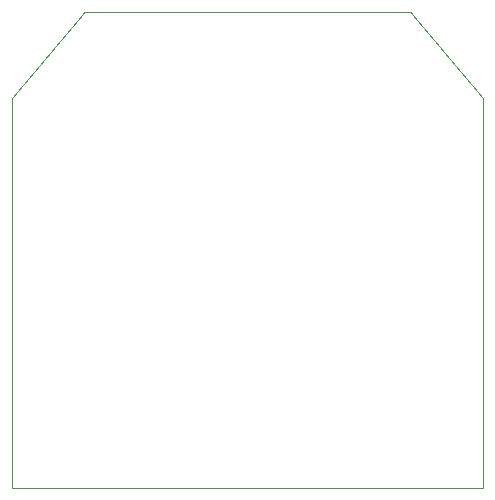
<source format=gm1>
G04 #@! TF.GenerationSoftware,KiCad,Pcbnew,9.0.5*
G04 #@! TF.CreationDate,2025-12-02T21:41:35+01:00*
G04 #@! TF.ProjectId,ToyBoard,546f7942-6f61-4726-942e-6b696361645f,rev?*
G04 #@! TF.SameCoordinates,Original*
G04 #@! TF.FileFunction,Profile,NP*
%FSLAX46Y46*%
G04 Gerber Fmt 4.6, Leading zero omitted, Abs format (unit mm)*
G04 Created by KiCad (PCBNEW 9.0.5) date 2025-12-02 21:41:35*
%MOMM*%
%LPD*%
G01*
G04 APERTURE LIST*
G04 #@! TA.AperFunction,Profile*
%ADD10C,0.038100*%
G04 #@! TD*
G04 APERTURE END LIST*
D10*
X123100000Y-93700000D02*
X123200000Y-93600000D01*
X151000000Y-93700000D02*
X150900000Y-93600000D01*
X117100000Y-133858000D02*
X156972000Y-133858000D01*
X150900000Y-93600000D02*
X123200000Y-93600000D01*
X156972000Y-133858000D02*
X156972000Y-100838000D01*
X117100000Y-100841756D02*
X117100000Y-133858000D01*
X117100000Y-100841756D02*
X123100000Y-93700000D01*
X156972000Y-100838000D02*
X151000000Y-93700000D01*
M02*

</source>
